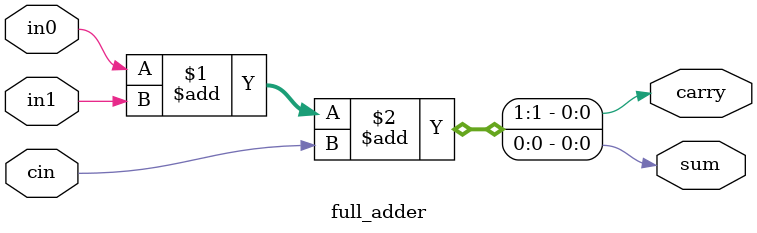
<source format=v>
module full_adder(sum,carry,cin,in0,in1);
input in0,in1,cin;
output carry;
output sum;

assign {carry,sum} = in0+in1+cin;

endmodule

</source>
